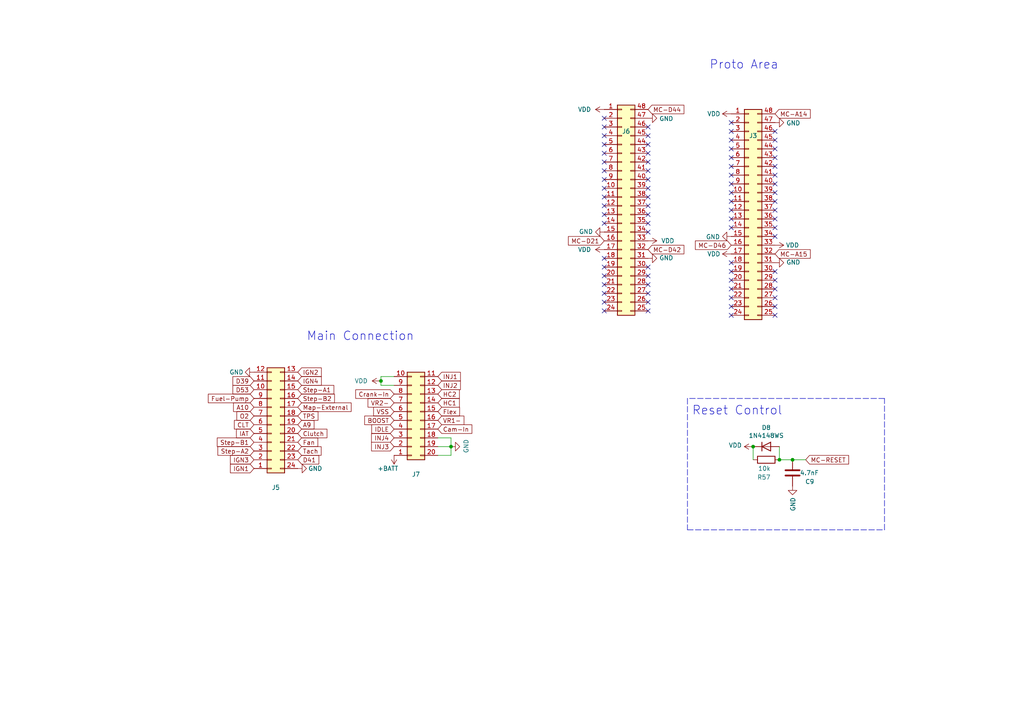
<source format=kicad_sch>
(kicad_sch (version 20211123) (generator eeschema)
  (paper "A4")
  (title_block (title "Pre-Ignition X4") (date "2022-10-1") (rev "MX4B-2") (company "DetonationEMS") (comment 1 "detonationems.com"))
  (lib_symbols
    (symbol "Connector_Generic:Conn_02x10_Counter_Clockwise" (pin_names (offset 1.016) hide)
      (property "Reference" "J" (at 1.27 12.7 0))
      (property "Value" "Conn_02x10_Counter_Clockwise" (at 1.27 -15.24 0))
      (symbol "Conn_02x10_Counter_Clockwise_1_1"
        (rectangle (start -1.27 -12.573) (end 0 -12.827) (stroke (width 0.1524)))
        (rectangle (start -1.27 -10.033) (end 0 -10.287) (stroke (width 0.1524)))
        (rectangle (start -1.27 -7.493) (end 0 -7.747) (stroke (width 0.1524)))
        (rectangle (start -1.27 -4.953) (end 0 -5.207) (stroke (width 0.1524)))
        (rectangle (start -1.27 -2.413) (end 0 -2.667) (stroke (width 0.1524)))
        (rectangle (start -1.27 0.127) (end 0 -0.127) (stroke (width 0.1524)))
        (rectangle (start -1.27 2.667) (end 0 2.413) (stroke (width 0.1524)))
        (rectangle (start -1.27 5.207) (end 0 4.953) (stroke (width 0.1524)))
        (rectangle (start -1.27 7.747) (end 0 7.493) (stroke (width 0.1524)))
        (rectangle (start -1.27 10.287) (end 0 10.033) (stroke (width 0.1524)))
        (rectangle (start -1.27 11.43) (end 3.81 -13.97) (stroke (width 0.254)) (fill (type background)))
        (rectangle (start 3.81 -12.573) (end 2.54 -12.827) (stroke (width 0.1524)))
        (rectangle (start 3.81 -10.033) (end 2.54 -10.287) (stroke (width 0.1524)))
        (rectangle (start 3.81 -7.493) (end 2.54 -7.747) (stroke (width 0.1524)))
        (rectangle (start 3.81 -4.953) (end 2.54 -5.207) (stroke (width 0.1524)))
        (rectangle (start 3.81 -2.413) (end 2.54 -2.667) (stroke (width 0.1524)))
        (rectangle (start 3.81 0.127) (end 2.54 -0.127) (stroke (width 0.1524)))
        (rectangle (start 3.81 2.667) (end 2.54 2.413) (stroke (width 0.1524)))
        (rectangle (start 3.81 5.207) (end 2.54 4.953) (stroke (width 0.1524)))
        (rectangle (start 3.81 7.747) (end 2.54 7.493) (stroke (width 0.1524)))
        (rectangle (start 3.81 10.287) (end 2.54 10.033) (stroke (width 0.1524)))
        (pin passive line (at -5.08 10.16 0) (length 3.81) (name "Pin_1") (number "1"))
        (pin passive line (at -5.08 -12.7 0) (length 3.81) (name "Pin_10") (number "10"))
        (pin passive line (at 7.62 -12.7 180) (length 3.81) (name "Pin_11") (number "11"))
        (pin passive line (at 7.62 -10.16 180) (length 3.81) (name "Pin_12") (number "12"))
        (pin passive line (at 7.62 -7.62 180) (length 3.81) (name "Pin_13") (number "13"))
        (pin passive line (at 7.62 -5.08 180) (length 3.81) (name "Pin_14") (number "14"))
        (pin passive line (at 7.62 -2.54 180) (length 3.81) (name "Pin_15") (number "15"))
        (pin passive line (at 7.62 0 180) (length 3.81) (name "Pin_16") (number "16"))
        (pin passive line (at 7.62 2.54 180) (length 3.81) (name "Pin_17") (number "17"))
        (pin passive line (at 7.62 5.08 180) (length 3.81) (name "Pin_18") (number "18"))
        (pin passive line (at 7.62 7.62 180) (length 3.81) (name "Pin_19") (number "19"))
        (pin passive line (at -5.08 7.62 0) (length 3.81) (name "Pin_2") (number "2"))
        (pin passive line (at 7.62 10.16 180) (length 3.81) (name "Pin_20") (number "20"))
        (pin passive line (at -5.08 5.08 0) (length 3.81) (name "Pin_3") (number "3"))
        (pin passive line (at -5.08 2.54 0) (length 3.81) (name "Pin_4") (number "4"))
        (pin passive line (at -5.08 0 0) (length 3.81) (name "Pin_5") (number "5"))
        (pin passive line (at -5.08 -2.54 0) (length 3.81) (name "Pin_6") (number "6"))
        (pin passive line (at -5.08 -5.08 0) (length 3.81) (name "Pin_7") (number "7"))
        (pin passive line (at -5.08 -7.62 0) (length 3.81) (name "Pin_8") (number "8"))
        (pin passive line (at -5.08 -10.16 0) (length 3.81) (name "Pin_9") (number "9"))
      )
    )
    (symbol "Connector_Generic:Conn_02x12_Counter_Clockwise" (pin_names (offset 1.016) hide)
      (property "Reference" "J" (at 1.27 15.24 0))
      (property "Value" "Conn_02x12_Counter_Clockwise" (at 1.27 -17.78 0))
      (symbol "Conn_02x12_Counter_Clockwise_1_1"
        (rectangle (start -1.27 -15.113) (end 0 -15.367) (stroke (width 0.1524)))
        (rectangle (start -1.27 -12.573) (end 0 -12.827) (stroke (width 0.1524)))
        (rectangle (start -1.27 -10.033) (end 0 -10.287) (stroke (width 0.1524)))
        (rectangle (start -1.27 -7.493) (end 0 -7.747) (stroke (width 0.1524)))
        (rectangle (start -1.27 -4.953) (end 0 -5.207) (stroke (width 0.1524)))
        (rectangle (start -1.27 -2.413) (end 0 -2.667) (stroke (width 0.1524)))
        (rectangle (start -1.27 0.127) (end 0 -0.127) (stroke (width 0.1524)))
        (rectangle (start -1.27 2.667) (end 0 2.413) (stroke (width 0.1524)))
        (rectangle (start -1.27 5.207) (end 0 4.953) (stroke (width 0.1524)))
        (rectangle (start -1.27 7.747) (end 0 7.493) (stroke (width 0.1524)))
        (rectangle (start -1.27 10.287) (end 0 10.033) (stroke (width 0.1524)))
        (rectangle (start -1.27 12.827) (end 0 12.573) (stroke (width 0.1524)))
        (rectangle (start -1.27 13.97) (end 3.81 -16.51) (stroke (width 0.254)) (fill (type background)))
        (rectangle (start 3.81 -15.113) (end 2.54 -15.367) (stroke (width 0.1524)))
        (rectangle (start 3.81 -12.573) (end 2.54 -12.827) (stroke (width 0.1524)))
        (rectangle (start 3.81 -10.033) (end 2.54 -10.287) (stroke (width 0.1524)))
        (rectangle (start 3.81 -7.493) (end 2.54 -7.747) (stroke (width 0.1524)))
        (rectangle (start 3.81 -4.953) (end 2.54 -5.207) (stroke (width 0.1524)))
        (rectangle (start 3.81 -2.413) (end 2.54 -2.667) (stroke (width 0.1524)))
        (rectangle (start 3.81 0.127) (end 2.54 -0.127) (stroke (width 0.1524)))
        (rectangle (start 3.81 2.667) (end 2.54 2.413) (stroke (width 0.1524)))
        (rectangle (start 3.81 5.207) (end 2.54 4.953) (stroke (width 0.1524)))
        (rectangle (start 3.81 7.747) (end 2.54 7.493) (stroke (width 0.1524)))
        (rectangle (start 3.81 10.287) (end 2.54 10.033) (stroke (width 0.1524)))
        (rectangle (start 3.81 12.827) (end 2.54 12.573) (stroke (width 0.1524)))
        (pin passive line (at -5.08 12.7 0) (length 3.81) (name "Pin_1") (number "1"))
        (pin passive line (at -5.08 -10.16 0) (length 3.81) (name "Pin_10") (number "10"))
        (pin passive line (at -5.08 -12.7 0) (length 3.81) (name "Pin_11") (number "11"))
        (pin passive line (at -5.08 -15.24 0) (length 3.81) (name "Pin_12") (number "12"))
        (pin passive line (at 7.62 -15.24 180) (length 3.81) (name "Pin_13") (number "13"))
        (pin passive line (at 7.62 -12.7 180) (length 3.81) (name "Pin_14") (number "14"))
        (pin passive line (at 7.62 -10.16 180) (length 3.81) (name "Pin_15") (number "15"))
        (pin passive line (at 7.62 -7.62 180) (length 3.81) (name "Pin_16") (number "16"))
        (pin passive line (at 7.62 -5.08 180) (length 3.81) (name "Pin_17") (number "17"))
        (pin passive line (at 7.62 -2.54 180) (length 3.81) (name "Pin_18") (number "18"))
        (pin passive line (at 7.62 0 180) (length 3.81) (name "Pin_19") (number "19"))
        (pin passive line (at -5.08 10.16 0) (length 3.81) (name "Pin_2") (number "2"))
        (pin passive line (at 7.62 2.54 180) (length 3.81) (name "Pin_20") (number "20"))
        (pin passive line (at 7.62 5.08 180) (length 3.81) (name "Pin_21") (number "21"))
        (pin passive line (at 7.62 7.62 180) (length 3.81) (name "Pin_22") (number "22"))
        (pin passive line (at 7.62 10.16 180) (length 3.81) (name "Pin_23") (number "23"))
        (pin passive line (at 7.62 12.7 180) (length 3.81) (name "Pin_24") (number "24"))
        (pin passive line (at -5.08 7.62 0) (length 3.81) (name "Pin_3") (number "3"))
        (pin passive line (at -5.08 5.08 0) (length 3.81) (name "Pin_4") (number "4"))
        (pin passive line (at -5.08 2.54 0) (length 3.81) (name "Pin_5") (number "5"))
        (pin passive line (at -5.08 0 0) (length 3.81) (name "Pin_6") (number "6"))
        (pin passive line (at -5.08 -2.54 0) (length 3.81) (name "Pin_7") (number "7"))
        (pin passive line (at -5.08 -5.08 0) (length 3.81) (name "Pin_8") (number "8"))
        (pin passive line (at -5.08 -7.62 0) (length 3.81) (name "Pin_9") (number "9"))
      )
    )
    (symbol "Connector_Generic:Conn_02x24_Counter_Clockwise" (pin_names (offset 1.016) hide)
      (property "Reference" "J" (at 1.27 30.48 0))
      (property "Value" "Conn_02x24_Counter_Clockwise" (at 1.27 -33.02 0))
      (symbol "Conn_02x24_Counter_Clockwise_1_1"
        (rectangle (start -1.27 -30.353) (end 0 -30.607) (stroke (width 0.1524)))
        (rectangle (start -1.27 -27.813) (end 0 -28.067) (stroke (width 0.1524)))
        (rectangle (start -1.27 -25.273) (end 0 -25.527) (stroke (width 0.1524)))
        (rectangle (start -1.27 -22.733) (end 0 -22.987) (stroke (width 0.1524)))
        (rectangle (start -1.27 -20.193) (end 0 -20.447) (stroke (width 0.1524)))
        (rectangle (start -1.27 -17.653) (end 0 -17.907) (stroke (width 0.1524)))
        (rectangle (start -1.27 -15.113) (end 0 -15.367) (stroke (width 0.1524)))
        (rectangle (start -1.27 -12.573) (end 0 -12.827) (stroke (width 0.1524)))
        (rectangle (start -1.27 -10.033) (end 0 -10.287) (stroke (width 0.1524)))
        (rectangle (start -1.27 -7.493) (end 0 -7.747) (stroke (width 0.1524)))
        (rectangle (start -1.27 -4.953) (end 0 -5.207) (stroke (width 0.1524)))
        (rectangle (start -1.27 -2.413) (end 0 -2.667) (stroke (width 0.1524)))
        (rectangle (start -1.27 0.127) (end 0 -0.127) (stroke (width 0.1524)))
        (rectangle (start -1.27 2.667) (end 0 2.413) (stroke (width 0.1524)))
        (rectangle (start -1.27 5.207) (end 0 4.953) (stroke (width 0.1524)))
        (rectangle (start -1.27 7.747) (end 0 7.493) (stroke (width 0.1524)))
        (rectangle (start -1.27 10.287) (end 0 10.033) (stroke (width 0.1524)))
        (rectangle (start -1.27 12.827) (end 0 12.573) (stroke (width 0.1524)))
        (rectangle (start -1.27 15.367) (end 0 15.113) (stroke (width 0.1524)))
        (rectangle (start -1.27 17.907) (end 0 17.653) (stroke (width 0.1524)))
        (rectangle (start -1.27 20.447) (end 0 20.193) (stroke (width 0.1524)))
        (rectangle (start -1.27 22.987) (end 0 22.733) (stroke (width 0.1524)))
        (rectangle (start -1.27 25.527) (end 0 25.273) (stroke (width 0.1524)))
        (rectangle (start -1.27 28.067) (end 0 27.813) (stroke (width 0.1524)))
        (rectangle (start -1.27 29.21) (end 3.81 -31.75) (stroke (width 0.254)) (fill (type background)))
        (rectangle (start 3.81 -30.353) (end 2.54 -30.607) (stroke (width 0.1524)))
        (rectangle (start 3.81 -27.813) (end 2.54 -28.067) (stroke (width 0.1524)))
        (rectangle (start 3.81 -25.273) (end 2.54 -25.527) (stroke (width 0.1524)))
        (rectangle (start 3.81 -22.733) (end 2.54 -22.987) (stroke (width 0.1524)))
        (rectangle (start 3.81 -20.193) (end 2.54 -20.447) (stroke (width 0.1524)))
        (rectangle (start 3.81 -17.653) (end 2.54 -17.907) (stroke (width 0.1524)))
        (rectangle (start 3.81 -15.113) (end 2.54 -15.367) (stroke (width 0.1524)))
        (rectangle (start 3.81 -12.573) (end 2.54 -12.827) (stroke (width 0.1524)))
        (rectangle (start 3.81 -10.033) (end 2.54 -10.287) (stroke (width 0.1524)))
        (rectangle (start 3.81 -7.493) (end 2.54 -7.747) (stroke (width 0.1524)))
        (rectangle (start 3.81 -4.953) (end 2.54 -5.207) (stroke (width 0.1524)))
        (rectangle (start 3.81 -2.413) (end 2.54 -2.667) (stroke (width 0.1524)))
        (rectangle (start 3.81 0.127) (end 2.54 -0.127) (stroke (width 0.1524)))
        (rectangle (start 3.81 2.667) (end 2.54 2.413) (stroke (width 0.1524)))
        (rectangle (start 3.81 5.207) (end 2.54 4.953) (stroke (width 0.1524)))
        (rectangle (start 3.81 7.747) (end 2.54 7.493) (stroke (width 0.1524)))
        (rectangle (start 3.81 10.287) (end 2.54 10.033) (stroke (width 0.1524)))
        (rectangle (start 3.81 12.827) (end 2.54 12.573) (stroke (width 0.1524)))
        (rectangle (start 3.81 15.367) (end 2.54 15.113) (stroke (width 0.1524)))
        (rectangle (start 3.81 17.907) (end 2.54 17.653) (stroke (width 0.1524)))
        (rectangle (start 3.81 20.447) (end 2.54 20.193) (stroke (width 0.1524)))
        (rectangle (start 3.81 22.987) (end 2.54 22.733) (stroke (width 0.1524)))
        (rectangle (start 3.81 25.527) (end 2.54 25.273) (stroke (width 0.1524)))
        (rectangle (start 3.81 28.067) (end 2.54 27.813) (stroke (width 0.1524)))
        (pin passive line (at -5.08 27.94 0) (length 3.81) (name "Pin_1") (number "1"))
        (pin passive line (at -5.08 5.08 0) (length 3.81) (name "Pin_10") (number "10"))
        (pin passive line (at -5.08 2.54 0) (length 3.81) (name "Pin_11") (number "11"))
        (pin passive line (at -5.08 0 0) (length 3.81) (name "Pin_12") (number "12"))
        (pin passive line (at -5.08 -2.54 0) (length 3.81) (name "Pin_13") (number "13"))
        (pin passive line (at -5.08 -5.08 0) (length 3.81) (name "Pin_14") (number "14"))
        (pin passive line (at -5.08 -7.62 0) (length 3.81) (name "Pin_15") (number "15"))
        (pin passive line (at -5.08 -10.16 0) (length 3.81) (name "Pin_16") (number "16"))
        (pin passive line (at -5.08 -12.7 0) (length 3.81) (name "Pin_17") (number "17"))
        (pin passive line (at -5.08 -15.24 0) (length 3.81) (name "Pin_18") (number "18"))
        (pin passive line (at -5.08 -17.78 0) (length 3.81) (name "Pin_19") (number "19"))
        (pin passive line (at -5.08 25.4 0) (length 3.81) (name "Pin_2") (number "2"))
        (pin passive line (at -5.08 -20.32 0) (length 3.81) (name "Pin_20") (number "20"))
        (pin passive line (at -5.08 -22.86 0) (length 3.81) (name "Pin_21") (number "21"))
        (pin passive line (at -5.08 -25.4 0) (length 3.81) (name "Pin_22") (number "22"))
        (pin passive line (at -5.08 -27.94 0) (length 3.81) (name "Pin_23") (number "23"))
        (pin passive line (at -5.08 -30.48 0) (length 3.81) (name "Pin_24") (number "24"))
        (pin passive line (at 7.62 -30.48 180) (length 3.81) (name "Pin_25") (number "25"))
        (pin passive line (at 7.62 -27.94 180) (length 3.81) (name "Pin_26") (number "26"))
        (pin passive line (at 7.62 -25.4 180) (length 3.81) (name "Pin_27") (number "27"))
        (pin passive line (at 7.62 -22.86 180) (length 3.81) (name "Pin_28") (number "28"))
        (pin passive line (at 7.62 -20.32 180) (length 3.81) (name "Pin_29") (number "29"))
        (pin passive line (at -5.08 22.86 0) (length 3.81) (name "Pin_3") (number "3"))
        (pin passive line (at 7.62 -17.78 180) (length 3.81) (name "Pin_30") (number "30"))
        (pin passive line (at 7.62 -15.24 180) (length 3.81) (name "Pin_31") (number "31"))
        (pin passive line (at 7.62 -12.7 180) (length 3.81) (name "Pin_32") (number "32"))
        (pin passive line (at 7.62 -10.16 180) (length 3.81) (name "Pin_33") (number "33"))
        (pin passive line (at 7.62 -7.62 180) (length 3.81) (name "Pin_34") (number "34"))
        (pin passive line (at 7.62 -5.08 180) (length 3.81) (name "Pin_35") (number "35"))
        (pin passive line (at 7.62 -2.54 180) (length 3.81) (name "Pin_36") (number "36"))
        (pin passive line (at 7.62 0 180) (length 3.81) (name "Pin_37") (number "37"))
        (pin passive line (at 7.62 2.54 180) (length 3.81) (name "Pin_38") (number "38"))
        (pin passive line (at 7.62 5.08 180) (length 3.81) (name "Pin_39") (number "39"))
        (pin passive line (at -5.08 20.32 0) (length 3.81) (name "Pin_4") (number "4"))
        (pin passive line (at 7.62 7.62 180) (length 3.81) (name "Pin_40") (number "40"))
        (pin passive line (at 7.62 10.16 180) (length 3.81) (name "Pin_41") (number "41"))
        (pin passive line (at 7.62 12.7 180) (length 3.81) (name "Pin_42") (number "42"))
        (pin passive line (at 7.62 15.24 180) (length 3.81) (name "Pin_43") (number "43"))
        (pin passive line (at 7.62 17.78 180) (length 3.81) (name "Pin_44") (number "44"))
        (pin passive line (at 7.62 20.32 180) (length 3.81) (name "Pin_45") (number "45"))
        (pin passive line (at 7.62 22.86 180) (length 3.81) (name "Pin_46") (number "46"))
        (pin passive line (at 7.62 25.4 180) (length 3.81) (name "Pin_47") (number "47"))
        (pin passive line (at 7.62 27.94 180) (length 3.81) (name "Pin_48") (number "48"))
        (pin passive line (at -5.08 17.78 0) (length 3.81) (name "Pin_5") (number "5"))
        (pin passive line (at -5.08 15.24 0) (length 3.81) (name "Pin_6") (number "6"))
        (pin passive line (at -5.08 12.7 0) (length 3.81) (name "Pin_7") (number "7"))
        (pin passive line (at -5.08 10.16 0) (length 3.81) (name "Pin_8") (number "8"))
        (pin passive line (at -5.08 7.62 0) (length 3.81) (name "Pin_9") (number "9"))
      )
    )
    (symbol "Device:C" (pin_numbers hide) (pin_names (offset 0.254))
      (property "Reference" "C" (at 0.635 2.54 0))
      (property "Value" "C" (at 0.635 -2.54 0))
      (symbol "C_0_1"
        (polyline (pts (xy -2.032 -0.762) (xy 2.032 -0.762)) (stroke (width 0.508)))
        (polyline (pts (xy -2.032 0.762) (xy 2.032 0.762)) (stroke (width 0.508)))
      )
      (symbol "C_1_1"
        (pin passive line (at 0 3.81 270) (length 2.794) (name "~") (number "1"))
        (pin passive line (at 0 -3.81 90) (length 2.794) (name "~") (number "2"))
      )
    )
    (symbol "Device:D" (pin_numbers hide) (pin_names (offset 1.016) hide)
      (property "Reference" "D" (at 0 2.54 0))
      (property "Value" "D" (at 0 -2.54 0))
      (symbol "D_0_1"
        (polyline (pts (xy -1.27 1.27) (xy -1.27 -1.27)) (stroke (width 0.254)))
        (polyline (pts (xy 1.27 0) (xy -1.27 0)))
        (polyline (pts (xy 1.27 1.27) (xy 1.27 -1.27) (xy -1.27 0) (xy 1.27 1.27)) (stroke (width 0.254)))
      )
      (symbol "D_1_1"
        (pin passive line (at -3.81 0 0) (length 2.54) (name "K") (number "1"))
        (pin passive line (at 3.81 0 180) (length 2.54) (name "A") (number "2"))
      )
    )
    (symbol "Device:R" (pin_numbers hide) (pin_names (offset 0))
      (property "Reference" "R" (at 2.032 0 90))
      (property "Value" "R" (at 0 0 90))
      (symbol "R_0_1"
        (rectangle (start -1.016 -2.54) (end 1.016 2.54) (stroke (width 0.254)))
      )
      (symbol "R_1_1"
        (pin passive line (at 0 3.81 270) (length 1.27) (name "~") (number "1"))
        (pin passive line (at 0 -3.81 90) (length 1.27) (name "~") (number "2"))
      )
    )
    (symbol "power:+BATT" (power) (pin_names (offset 0))
      (property "Value" "+BATT" (at 0 3.556 0))
      (symbol "+BATT_0_1"
        (polyline (pts (xy -0.762 1.27) (xy 0 2.54)))
        (polyline (pts (xy 0 0) (xy 0 2.54)))
        (polyline (pts (xy 0 2.54) (xy 0.762 1.27)))
      )
      (symbol "+BATT_1_1"
        (pin power_in line (at 0 0 90) (length 0) hide (name "+BATT") (number "1"))
      )
    )
    (symbol "power:GND" (power) (pin_names (offset 0))
      (property "Value" "GND" (at 0 -3.81 0))
      (symbol "GND_0_1"
        (polyline (pts (xy 0 0) (xy 0 -1.27) (xy 1.27 -1.27) (xy 0 -2.54) (xy -1.27 -1.27) (xy 0 -1.27)))
      )
      (symbol "GND_1_1"
        (pin power_in line (at 0 0 270) (length 0) hide (name "GND") (number "1"))
      )
    )
    (symbol "power:VDD" (power) (pin_names (offset 0))
      (property "Value" "VDD" (at 0 3.81 0))
      (symbol "VDD_0_1"
        (polyline (pts (xy -0.762 1.27) (xy 0 2.54)))
        (polyline (pts (xy 0 0) (xy 0 2.54)))
        (polyline (pts (xy 0 2.54) (xy 0.762 1.27)))
      )
      (symbol "VDD_1_1"
        (pin power_in line (at 0 0 90) (length 0) hide (name "VDD") (number "1"))
      )
    )
  )
  (junction (at 130.81 129.54))
  (junction (at 226.06 133.35))
  (junction (at 229.87 133.35))
  (junction (at 110.49 110.49))
  (junction (at 218.44 129.54))
  (no_connect (at 212.09 83.82))
  (no_connect (at 212.09 45.72))
  (no_connect (at 224.79 81.28))
  (no_connect (at 175.26 64.77))
  (no_connect (at 187.96 36.83))
  (no_connect (at 187.96 90.17))
  (no_connect (at 212.09 91.44))
  (no_connect (at 175.26 54.61))
  (no_connect (at 187.96 44.45))
  (no_connect (at 187.96 46.99))
  (no_connect (at 224.79 45.72))
  (no_connect (at 175.26 85.09))
  (no_connect (at 187.96 62.23))
  (no_connect (at 187.96 80.01))
  (no_connect (at 212.09 53.34))
  (no_connect (at 175.26 77.47))
  (no_connect (at 187.96 41.91))
  (no_connect (at 224.79 88.9))
  (no_connect (at 212.09 43.18))
  (no_connect (at 224.79 68.58))
  (no_connect (at 224.79 58.42))
  (no_connect (at 224.79 38.1))
  (no_connect (at 175.26 34.29))
  (no_connect (at 187.96 87.63))
  (no_connect (at 212.09 58.42))
  (no_connect (at 212.09 86.36))
  (no_connect (at 224.79 86.36))
  (no_connect (at 224.79 53.34))
  (no_connect (at 224.79 83.82))
  (no_connect (at 212.09 81.28))
  (no_connect (at 224.79 91.44))
  (no_connect (at 175.26 44.45))
  (no_connect (at 175.26 41.91))
  (no_connect (at 212.09 55.88))
  (no_connect (at 212.09 35.56))
  (no_connect (at 224.79 55.88))
  (no_connect (at 224.79 43.18))
  (no_connect (at 212.09 78.74))
  (no_connect (at 175.26 82.55))
  (no_connect (at 175.26 62.23))
  (no_connect (at 187.96 59.69))
  (no_connect (at 187.96 54.61))
  (no_connect (at 187.96 64.77))
  (no_connect (at 212.09 38.1))
  (no_connect (at 187.96 57.15))
  (no_connect (at 187.96 77.47))
  (no_connect (at 175.26 80.01))
  (no_connect (at 212.09 40.64))
  (no_connect (at 224.79 63.5))
  (no_connect (at 175.26 36.83))
  (no_connect (at 175.26 49.53))
  (no_connect (at 224.79 66.04))
  (no_connect (at 187.96 49.53))
  (no_connect (at 224.79 40.64))
  (no_connect (at 187.96 67.31))
  (no_connect (at 212.09 60.96))
  (no_connect (at 224.79 60.96))
  (no_connect (at 175.26 90.17))
  (no_connect (at 212.09 76.2))
  (no_connect (at 212.09 88.9))
  (no_connect (at 212.09 50.8))
  (no_connect (at 212.09 63.5))
  (no_connect (at 224.79 48.26))
  (no_connect (at 175.26 52.07))
  (no_connect (at 175.26 87.63))
  (no_connect (at 175.26 39.37))
  (no_connect (at 212.09 66.04))
  (no_connect (at 175.26 59.69))
  (no_connect (at 224.79 78.74))
  (no_connect (at 224.79 50.8))
  (no_connect (at 187.96 82.55))
  (no_connect (at 187.96 85.09))
  (no_connect (at 175.26 46.99))
  (no_connect (at 175.26 74.93))
  (no_connect (at 175.26 57.15))
  (no_connect (at 187.96 39.37))
  (no_connect (at 187.96 52.07))
  (no_connect (at 212.09 48.26))
  (wire (pts (xy 218.44 129.54) (xy 218.44 133.35)))
  (wire (pts (xy 130.81 127) (xy 130.81 129.54)))
  (wire (pts (xy 110.49 110.49) (xy 110.49 111.76)))
  (polyline (pts (xy 199.39 115.57) (xy 199.39 153.67)))
  (wire (pts (xy 110.49 111.76) (xy 114.3 111.76)))
  (wire (pts (xy 229.87 133.35) (xy 226.06 133.35)))
  (wire (pts (xy 127 132.08) (xy 130.81 132.08)))
  (polyline (pts (xy 256.54 153.67) (xy 256.54 115.57)))
  (wire (pts (xy 127 127) (xy 130.81 127)))
  (wire (pts (xy 130.81 129.54) (xy 130.81 132.08)))
  (wire (pts (xy 110.49 109.22) (xy 110.49 110.49)))
  (wire (pts (xy 226.06 129.54) (xy 226.06 133.35)))
  (wire (pts (xy 233.68 133.35) (xy 229.87 133.35)))
  (wire (pts (xy 110.49 109.22) (xy 114.3 109.22)))
  (polyline (pts (xy 199.39 153.67) (xy 256.54 153.67)))
  (wire (pts (xy 127 129.54) (xy 130.81 129.54)))
  (polyline (pts (xy 256.54 115.57) (xy 199.39 115.57)))
  (text "Reset Control" (at 200.66 120.65 0) (effects (font (size 2.54 2.54)) (justify left bottom)))
  (text "Main Connection" (at 88.9 99.06 0) (effects (font (size 2.4892 2.4892)) (justify left bottom)))
  (text "Proto Area" (at 205.74 20.32 0) (effects (font (size 2.4892 2.4892)) (justify left bottom)))
  (global_label "VR2-" (shape input) (at 114.3 116.84 180) (property "Intersheet References" "${INTERSHEET_REFS}" (effects hide)))
  (global_label "Step-B2" (shape input) (at 86.36 115.57 0) (property "Intersheet References" "${INTERSHEET_REFS}" (effects hide)))
  (global_label "Step-B1" (shape input) (at 73.66 128.27 180) (property "Intersheet References" "${INTERSHEET_REFS}" (effects hide)))
  (global_label "INJ1" (shape input) (at 127 109.22 0) (property "Intersheet References" "${INTERSHEET_REFS}" (effects hide)))
  (global_label "VR1-" (shape input) (at 127 121.92 0) (property "Intersheet References" "${INTERSHEET_REFS}" (effects hide)))
  (global_label "CLT" (shape input) (at 73.66 123.19 180) (property "Intersheet References" "${INTERSHEET_REFS}" (effects hide)))
  (global_label "IGN3" (shape input) (at 73.66 133.35 180) (property "Intersheet References" "${INTERSHEET_REFS}" (effects hide)))
  (global_label "MC-D21" (shape input) (at 175.26 69.85 180) (property "Intersheet References" "${INTERSHEET_REFS}" (effects hide)))
  (global_label "Fuel-Pump" (shape input) (at 73.66 115.57 180) (property "Intersheet References" "${INTERSHEET_REFS}" (effects hide)))
  (global_label "D39" (shape input) (at 73.66 110.49 180) (property "Intersheet References" "${INTERSHEET_REFS}" (effects hide)))
  (global_label "A10" (shape input) (at 73.66 118.11 180) (property "Intersheet References" "${INTERSHEET_REFS}" (effects hide)))
  (global_label "MC-A14" (shape input) (at 224.79 33.02 0) (property "Intersheet References" "${INTERSHEET_REFS}" (effects hide)))
  (global_label "VSS" (shape input) (at 114.3 119.38 180) (property "Intersheet References" "${INTERSHEET_REFS}" (effects hide)))
  (global_label "Cam-In" (shape input) (at 127 124.46 0) (property "Intersheet References" "${INTERSHEET_REFS}" (effects hide)))
  (global_label "Crank-In" (shape input) (at 114.3 114.3 180) (property "Intersheet References" "${INTERSHEET_REFS}" (effects hide)))
  (global_label "Clutch" (shape input) (at 86.36 125.73 0) (property "Intersheet References" "${INTERSHEET_REFS}" (effects hide)))
  (global_label "BOOST" (shape input) (at 114.3 121.92 180) (property "Intersheet References" "${INTERSHEET_REFS}" (effects hide)))
  (global_label "IDLE" (shape input) (at 114.3 124.46 180) (property "Intersheet References" "${INTERSHEET_REFS}" (effects hide)))
  (global_label "INJ3" (shape input) (at 114.3 129.54 180) (property "Intersheet References" "${INTERSHEET_REFS}" (effects hide)))
  (global_label "Step-A2" (shape input) (at 73.66 130.81 180) (property "Intersheet References" "${INTERSHEET_REFS}" (effects hide)))
  (global_label "Fan" (shape input) (at 86.36 128.27 0) (property "Intersheet References" "${INTERSHEET_REFS}" (effects hide)))
  (global_label "A9" (shape input) (at 86.36 123.19 0) (property "Intersheet References" "${INTERSHEET_REFS}" (effects hide)))
  (global_label "MC-D44" (shape input) (at 187.96 31.75 0) (property "Intersheet References" "${INTERSHEET_REFS}" (effects hide)))
  (global_label "HC2" (shape input) (at 127 114.3 0) (property "Intersheet References" "${INTERSHEET_REFS}" (effects hide)))
  (global_label "Map-External" (shape input) (at 86.36 118.11 0) (property "Intersheet References" "${INTERSHEET_REFS}" (effects hide)))
  (global_label "IGN1" (shape input) (at 73.66 135.89 180) (property "Intersheet References" "${INTERSHEET_REFS}" (effects hide)))
  (global_label "INJ4" (shape input) (at 114.3 127 180) (property "Intersheet References" "${INTERSHEET_REFS}" (effects hide)))
  (global_label "Flex" (shape input) (at 127 119.38 0) (property "Intersheet References" "${INTERSHEET_REFS}" (effects hide)))
  (global_label "Tach" (shape input) (at 86.36 130.81 0) (property "Intersheet References" "${INTERSHEET_REFS}" (effects hide)))
  (global_label "MC-D42" (shape input) (at 187.96 72.39 0) (property "Intersheet References" "${INTERSHEET_REFS}" (effects hide)))
  (global_label "IGN2" (shape input) (at 86.36 107.95 0) (property "Intersheet References" "${INTERSHEET_REFS}" (effects hide)))
  (global_label "MC-A15" (shape input) (at 224.79 73.66 0) (property "Intersheet References" "${INTERSHEET_REFS}" (effects hide)))
  (global_label "D41" (shape input) (at 86.36 133.35 0) (property "Intersheet References" "${INTERSHEET_REFS}" (effects hide)))
  (global_label "MC-RESET" (shape input) (at 233.68 133.35 0) (property "Intersheet References" "${INTERSHEET_REFS}" (effects hide)))
  (global_label "Step-A1" (shape input) (at 86.36 113.03 0) (property "Intersheet References" "${INTERSHEET_REFS}" (effects hide)))
  (global_label "IGN4" (shape input) (at 86.36 110.49 0) (property "Intersheet References" "${INTERSHEET_REFS}" (effects hide)))
  (global_label "IAT" (shape input) (at 73.66 125.73 180) (property "Intersheet References" "${INTERSHEET_REFS}" (effects hide)))
  (global_label "HC1" (shape input) (at 127 116.84 0) (property "Intersheet References" "${INTERSHEET_REFS}" (effects hide)))
  (global_label "TPS" (shape input) (at 86.36 120.65 0) (property "Intersheet References" "${INTERSHEET_REFS}" (effects hide)))
  (global_label "MC-D46" (shape input) (at 212.09 71.12 180) (property "Intersheet References" "${INTERSHEET_REFS}" (effects hide)))
  (global_label "D53" (shape input) (at 73.66 113.03 180) (property "Intersheet References" "${INTERSHEET_REFS}" (effects hide)))
  (global_label "INJ2" (shape input) (at 127 111.76 0) (property "Intersheet References" "${INTERSHEET_REFS}" (effects hide)))
  (global_label "O2" (shape input) (at 73.66 120.65 180) (property "Intersheet References" "${INTERSHEET_REFS}" (effects hide)))
  (symbol (lib_id "Device:R") (at 222.25 133.35 90) (unit 1)
    (property "Reference" "R57" (at 223.52 138.43 90) (effects (justify left)))
    (property "Value" "10k" (at 223.52 135.89 90) (effects (justify left)))
    (property "Footprint" "Resistor_SMD:R_0603_1608Metric" (effects hide))
    (property "LCSC" "C25804" (effects hide))
  )
  (symbol (lib_id "power:GND") (at 212.09 68.58 270) (unit 1)
    (property "Reference" "#PWR0129" (effects hide))
    (property "Value" "GND" (at 208.8388 68.707 90) (effects (justify right)))
  )
  (symbol (lib_id "power:GND") (at 187.96 34.29 90) (mirror x) (unit 1)
    (property "Reference" "#PWR0130" (effects hide))
    (property "Value" "GND" (at 191.2112 34.417 90) (effects (justify right)))
  )
  (symbol (lib_id "power:GND") (at 224.79 35.56 90) (mirror x) (unit 1)
    (property "Reference" "#PWR0131" (effects hide))
    (property "Value" "GND" (at 228.0412 35.687 90) (effects (justify right)))
  )
  (symbol (lib_id "power:GND") (at 224.79 76.2 90) (unit 1)
    (property "Reference" "#PWR0132" (effects hide))
    (property "Value" "GND" (at 228.0412 76.073 90) (effects (justify right)))
  )
  (symbol (lib_id "Device:C") (at 229.87 137.16 180) (unit 1)
    (property "Reference" "C9" (at 236.22 139.7 0) (effects (justify left)))
    (property "Value" "4.7nF" (at 237.49 137.16 0) (effects (justify left)))
    (property "Footprint" "Capacitor_SMD:C_0603_1608Metric" (effects hide))
    (property "LCSC" "C53987" (effects hide))
  )
  (symbol (lib_id "power:VDD") (at 218.44 129.54 90) (unit 1)
    (property "Reference" "#PWR0109" (effects hide))
    (property "Value" "VDD" (at 215.1888 129.159 90) (effects (justify left)))
  )
  (symbol (lib_id "power:GND") (at 229.87 140.97 0) (unit 1)
    (property "Reference" "#PWR0110" (effects hide))
    (property "Value" "GND" (at 229.997 144.2212 90) (effects (justify right)))
  )
  (symbol (lib_id "power:GND") (at 187.96 74.93 90) (unit 1)
    (property "Reference" "#PWR0133" (effects hide))
    (property "Value" "GND" (at 191.2112 74.803 90) (effects (justify right)))
  )
  (symbol (lib_id "power:GND") (at 175.26 67.31 270) (mirror x) (unit 1)
    (property "Reference" "#PWR0134" (effects hide))
    (property "Value" "GND" (at 172.0088 67.183 90) (effects (justify right)))
  )
  (symbol (lib_id "Connector_Generic:Conn_02x24_Counter_Clockwise") (at 180.34 59.69 0) (unit 1)
    (property "Reference" "J6" (at 181.61 38.1 0))
    (property "Value" "Conn_02x16_Counter_Clockwise" (effects hide))
    (property "Footprint" "Detonation:PROTO-3X16" (effects hide))
  )
  (symbol (lib_id "Connector_Generic:Conn_02x24_Counter_Clockwise") (at 217.17 60.96 0) (unit 1)
    (property "Reference" "J3" (at 218.44 39.37 0))
    (property "Value" "Conn_02x16_Counter_Clockwise" (effects hide))
    (property "Footprint" "Detonation:PROTO-3X16" (effects hide))
  )
  (symbol (lib_id "Device:D") (at 222.25 129.54 0) (unit 1)
    (property "Reference" "D8" (at 222.25 124.0282 0))
    (property "Value" "1N4148WS" (at 222.25 126.3396 0))
    (property "Footprint" "Diode_SMD:D_SOD-323F" (effects hide))
    (property "LCSC" "C2128" (effects hide))
  )
  (symbol (lib_id "Connector_Generic:Conn_02x12_Counter_Clockwise") (at 78.74 123.19 0) (mirror x) (unit 1)
    (property "Reference" "J5" (at 80.01 141.4018 0))
    (property "Value" "Conn_02x12_Counter_Clockwise" (effects hide))
    (property "Footprint" "Detonation:Molex_Micro-Fit_3.0_43045-2400_2x12_P3.00mm_Horizontal" (effects hide))
  )
  (symbol (lib_id "power:GND") (at 86.36 135.89 90) (unit 1)
    (property "Reference" "#PWR0166" (effects hide))
    (property "Value" "GND" (at 91.44 135.89 90))
  )
  (symbol (lib_id "power:GND") (at 73.66 107.95 270) (unit 1)
    (property "Reference" "#PWR0167" (effects hide))
    (property "Value" "GND" (at 68.58 107.95 90))
  )
  (symbol (lib_id "power:+BATT") (at 114.3 132.08 180) (unit 1)
    (property "Reference" "#PWR0169" (effects hide))
    (property "Value" "+BATT" (at 115.57 135.89 0) (effects (justify left)))
  )
  (symbol (lib_id "power:GND") (at 130.81 129.54 90) (unit 1)
    (property "Reference" "#PWR0170" (effects hide))
    (property "Value" "GND" (at 135.2042 129.413 0))
  )
  (symbol (lib_id "Connector_Generic:Conn_02x10_Counter_Clockwise") (at 119.38 121.92 0) (mirror x) (unit 1)
    (property "Reference" "J7" (at 120.65 137.5918 0))
    (property "Value" "Conn_02x10_Counter_Clockwise" (effects hide))
    (property "Footprint" "Detonation:Molex_Micro-Fit_3.0_43045-2000_2x10_P3.00mm_Horizontal" (effects hide))
  )
  (symbol (lib_id "power:VDD") (at 175.26 31.75 90) (unit 1)
    (property "Reference" "#PWR0146" (effects hide))
    (property "Value" "VDD" (at 171.45 31.7499 90) (effects (justify left)))
  )
  (symbol (lib_id "power:VDD") (at 224.79 71.12 270) (unit 1)
    (property "Reference" "#PWR0162" (effects hide))
    (property "Value" "VDD" (at 231.775 71.12 90) (effects (justify right)))
  )
  (symbol (lib_id "power:VDD") (at 110.49 110.49 90) (unit 1)
    (property "Reference" "#PWR0165" (effects hide))
    (property "Value" "VDD" (at 106.68 110.4899 90) (effects (justify left)))
  )
  (symbol (lib_id "power:VDD") (at 175.26 72.39 90) (unit 1)
    (property "Reference" "#PWR0136" (effects hide))
    (property "Value" "VDD" (at 171.45 72.3899 90) (effects (justify left)))
  )
  (symbol (lib_id "power:VDD") (at 212.09 33.02 90) (unit 1)
    (property "Reference" "#PWR0164" (effects hide))
    (property "Value" "VDD" (at 205.105 33.02 90) (effects (justify right)))
  )
  (symbol (lib_id "power:VDD") (at 212.09 73.66 90) (unit 1)
    (property "Reference" "#PWR0137" (effects hide))
    (property "Value" "VDD" (at 205.105 73.66 90) (effects (justify right)))
  )
  (symbol (lib_id "power:VDD") (at 187.96 69.85 270) (unit 1)
    (property "Reference" "#PWR0145" (effects hide))
    (property "Value" "VDD" (at 191.77 69.8499 90) (effects (justify left)))
  )
)
</source>
